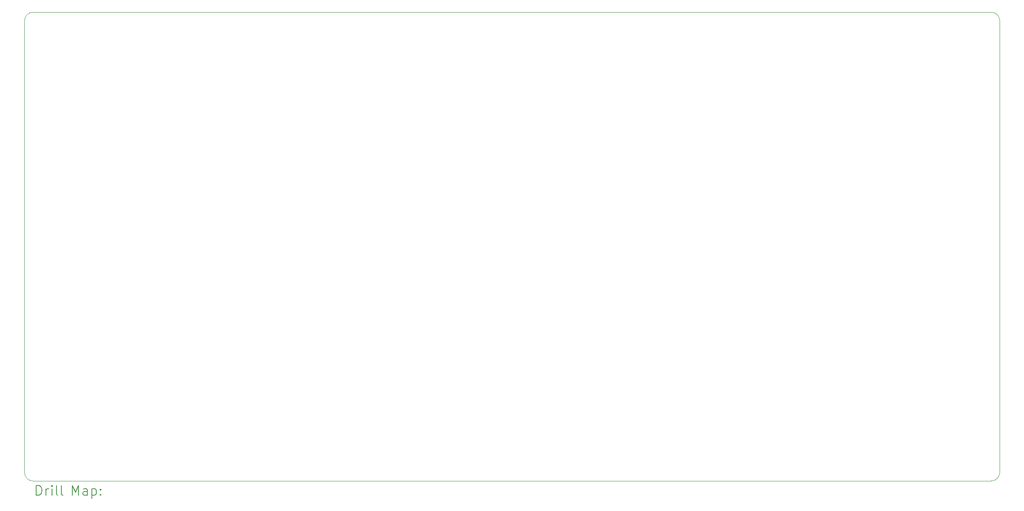
<source format=gbr>
%TF.GenerationSoftware,KiCad,Pcbnew,(7.0.0)*%
%TF.CreationDate,2023-09-24T17:49:01-07:00*%
%TF.ProjectId,peripheral_interface,70657269-7068-4657-9261-6c5f696e7465,rev?*%
%TF.SameCoordinates,Original*%
%TF.FileFunction,Drillmap*%
%TF.FilePolarity,Positive*%
%FSLAX45Y45*%
G04 Gerber Fmt 4.5, Leading zero omitted, Abs format (unit mm)*
G04 Created by KiCad (PCBNEW (7.0.0)) date 2023-09-24 17:49:01*
%MOMM*%
%LPD*%
G01*
G04 APERTURE LIST*
%ADD10C,0.050000*%
%ADD11C,0.200000*%
G04 APERTURE END LIST*
D10*
X5511800Y-4572000D02*
G75*
G03*
X5334000Y-4749800I0J-177800D01*
G01*
X5511800Y-4572000D02*
X25476200Y-4572000D01*
X5334000Y-14173200D02*
X5334000Y-4749800D01*
X25476200Y-14351000D02*
G75*
G03*
X25654000Y-14173200I0J177800D01*
G01*
X25476200Y-14351000D02*
X5511800Y-14351000D01*
X25654000Y-4749800D02*
X25654000Y-14173200D01*
X5334000Y-14173200D02*
G75*
G03*
X5511800Y-14351000I177800J0D01*
G01*
X25654000Y-4749800D02*
G75*
G03*
X25476200Y-4572000I-177800J0D01*
G01*
D11*
X5579119Y-14646976D02*
X5579119Y-14446976D01*
X5579119Y-14446976D02*
X5626738Y-14446976D01*
X5626738Y-14446976D02*
X5655309Y-14456500D01*
X5655309Y-14456500D02*
X5674357Y-14475548D01*
X5674357Y-14475548D02*
X5683881Y-14494595D01*
X5683881Y-14494595D02*
X5693405Y-14532690D01*
X5693405Y-14532690D02*
X5693405Y-14561262D01*
X5693405Y-14561262D02*
X5683881Y-14599357D01*
X5683881Y-14599357D02*
X5674357Y-14618405D01*
X5674357Y-14618405D02*
X5655309Y-14637452D01*
X5655309Y-14637452D02*
X5626738Y-14646976D01*
X5626738Y-14646976D02*
X5579119Y-14646976D01*
X5779119Y-14646976D02*
X5779119Y-14513643D01*
X5779119Y-14551738D02*
X5788643Y-14532690D01*
X5788643Y-14532690D02*
X5798167Y-14523167D01*
X5798167Y-14523167D02*
X5817214Y-14513643D01*
X5817214Y-14513643D02*
X5836262Y-14513643D01*
X5902928Y-14646976D02*
X5902928Y-14513643D01*
X5902928Y-14446976D02*
X5893405Y-14456500D01*
X5893405Y-14456500D02*
X5902928Y-14466024D01*
X5902928Y-14466024D02*
X5912452Y-14456500D01*
X5912452Y-14456500D02*
X5902928Y-14446976D01*
X5902928Y-14446976D02*
X5902928Y-14466024D01*
X6026738Y-14646976D02*
X6007690Y-14637452D01*
X6007690Y-14637452D02*
X5998167Y-14618405D01*
X5998167Y-14618405D02*
X5998167Y-14446976D01*
X6131500Y-14646976D02*
X6112452Y-14637452D01*
X6112452Y-14637452D02*
X6102928Y-14618405D01*
X6102928Y-14618405D02*
X6102928Y-14446976D01*
X6327690Y-14646976D02*
X6327690Y-14446976D01*
X6327690Y-14446976D02*
X6394357Y-14589833D01*
X6394357Y-14589833D02*
X6461024Y-14446976D01*
X6461024Y-14446976D02*
X6461024Y-14646976D01*
X6641976Y-14646976D02*
X6641976Y-14542214D01*
X6641976Y-14542214D02*
X6632452Y-14523167D01*
X6632452Y-14523167D02*
X6613405Y-14513643D01*
X6613405Y-14513643D02*
X6575309Y-14513643D01*
X6575309Y-14513643D02*
X6556262Y-14523167D01*
X6641976Y-14637452D02*
X6622928Y-14646976D01*
X6622928Y-14646976D02*
X6575309Y-14646976D01*
X6575309Y-14646976D02*
X6556262Y-14637452D01*
X6556262Y-14637452D02*
X6546738Y-14618405D01*
X6546738Y-14618405D02*
X6546738Y-14599357D01*
X6546738Y-14599357D02*
X6556262Y-14580309D01*
X6556262Y-14580309D02*
X6575309Y-14570786D01*
X6575309Y-14570786D02*
X6622928Y-14570786D01*
X6622928Y-14570786D02*
X6641976Y-14561262D01*
X6737214Y-14513643D02*
X6737214Y-14713643D01*
X6737214Y-14523167D02*
X6756262Y-14513643D01*
X6756262Y-14513643D02*
X6794357Y-14513643D01*
X6794357Y-14513643D02*
X6813405Y-14523167D01*
X6813405Y-14523167D02*
X6822928Y-14532690D01*
X6822928Y-14532690D02*
X6832452Y-14551738D01*
X6832452Y-14551738D02*
X6832452Y-14608881D01*
X6832452Y-14608881D02*
X6822928Y-14627928D01*
X6822928Y-14627928D02*
X6813405Y-14637452D01*
X6813405Y-14637452D02*
X6794357Y-14646976D01*
X6794357Y-14646976D02*
X6756262Y-14646976D01*
X6756262Y-14646976D02*
X6737214Y-14637452D01*
X6918167Y-14627928D02*
X6927690Y-14637452D01*
X6927690Y-14637452D02*
X6918167Y-14646976D01*
X6918167Y-14646976D02*
X6908643Y-14637452D01*
X6908643Y-14637452D02*
X6918167Y-14627928D01*
X6918167Y-14627928D02*
X6918167Y-14646976D01*
X6918167Y-14523167D02*
X6927690Y-14532690D01*
X6927690Y-14532690D02*
X6918167Y-14542214D01*
X6918167Y-14542214D02*
X6908643Y-14532690D01*
X6908643Y-14532690D02*
X6918167Y-14523167D01*
X6918167Y-14523167D02*
X6918167Y-14542214D01*
M02*

</source>
